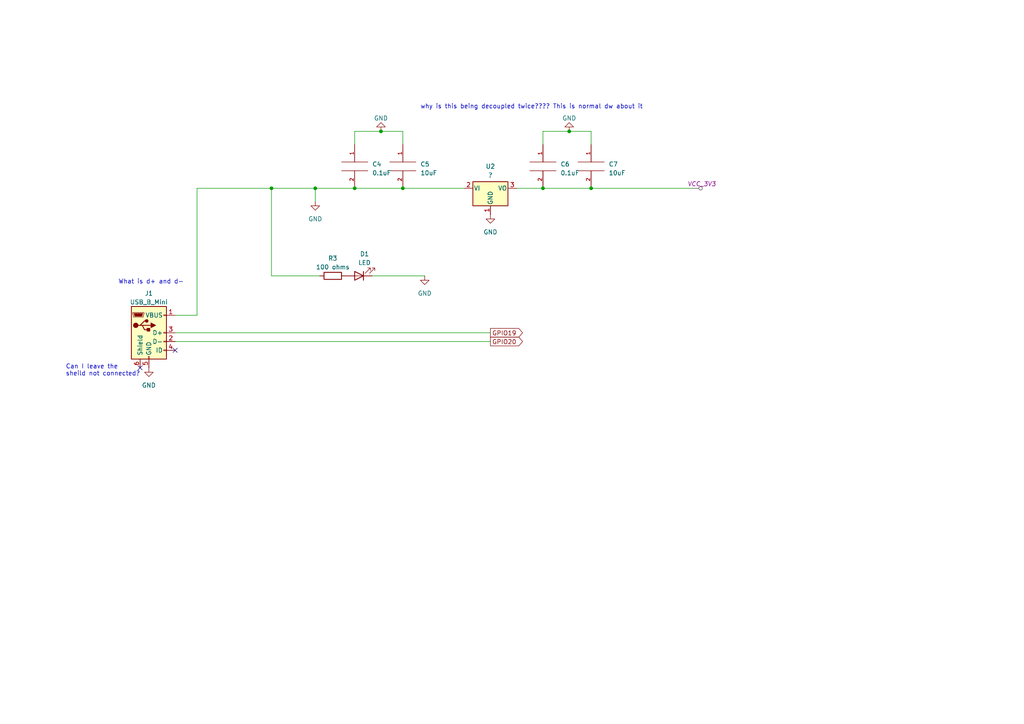
<source format=kicad_sch>
(kicad_sch (version 20230121) (generator eeschema)
  (paper "A4")
  (lib_symbols
    (symbol "Connector:USB_B_Mini" (pin_names (offset 1.016))
      (property "Reference" "J" (at -5.08 11.43 0))
      (property "Value" "USB_B_Mini" (at -5.08 8.89 0))
      (symbol "USB_B_Mini_0_1"
        (rectangle (start -5.08 -7.62) (end 5.08 7.62) (stroke (width 0.254)) (fill (type background)))
        (circle (center -3.81 2.159) (radius 0.635) (stroke (width 0.254)) (fill (type outline)))
        (circle (center -0.635 3.429) (radius 0.381) (stroke (width 0.254)) (fill (type outline)))
        (rectangle (start -0.127 -7.62) (end 0.127 -6.858))
        (polyline (pts (xy -1.905 2.159) (xy 0.635 2.159)) (stroke (width 0.254)))
        (polyline (pts (xy -3.175 2.159) (xy -2.54 2.159) (xy -1.27 3.429) (xy -0.635 3.429)) (stroke (width 0.254)))
        (polyline (pts (xy -2.54 2.159) (xy -1.905 2.159) (xy -1.27 0.889) (xy 0 0.889)) (stroke (width 0.254)))
        (polyline (pts (xy 0.635 2.794) (xy 0.635 1.524) (xy 1.905 2.159) (xy 0.635 2.794)) (stroke (width 0.254)) (fill (type outline)))
        (polyline (pts (xy -4.318 5.588) (xy -1.778 5.588) (xy -2.032 4.826) (xy -4.064 4.826) (xy -4.318 5.588)) (fill (type outline)))
        (polyline (pts (xy -4.699 5.842) (xy -4.699 5.588) (xy -4.445 4.826) (xy -4.445 4.572) (xy -1.651 4.572) (xy -1.651 4.826) (xy -1.397 5.588) (xy -1.397 5.842) (xy -4.699 5.842)))
        (rectangle (start 0.254 1.27) (end -0.508 0.508) (stroke (width 0.254)) (fill (type outline)))
        (rectangle (start 5.08 -5.207) (end 4.318 -4.953))
        (rectangle (start 5.08 -2.667) (end 4.318 -2.413))
        (rectangle (start 5.08 -0.127) (end 4.318 0.127))
        (rectangle (start 5.08 4.953) (end 4.318 5.207))
      )
      (symbol "USB_B_Mini_1_1"
        (pin power_out line (at 7.62 5.08 180) (length 2.54) (name "VBUS") (number "1"))
        (pin bidirectional line (at 7.62 -2.54 180) (length 2.54) (name "D-") (number "2"))
        (pin bidirectional line (at 7.62 0 180) (length 2.54) (name "D+") (number "3"))
        (pin passive line (at 7.62 -5.08 180) (length 2.54) (name "ID") (number "4"))
        (pin power_out line (at 0 -10.16 90) (length 2.54) (name "GND") (number "5"))
        (pin passive line (at -2.54 -10.16 90) (length 2.54) (name "Shield") (number "6"))
      )
    )
    (symbol "Device:LED" (pin_numbers hide) (pin_names (offset 1.016) hide)
      (property "Reference" "D" (at 0 2.54 0))
      (property "Value" "LED" (at 0 -2.54 0))
      (symbol "LED_0_1"
        (polyline (pts (xy -1.27 -1.27) (xy -1.27 1.27)) (stroke (width 0.254)))
        (polyline (pts (xy -1.27 0) (xy 1.27 0)))
        (polyline (pts (xy 1.27 -1.27) (xy 1.27 1.27) (xy -1.27 0) (xy 1.27 -1.27)) (stroke (width 0.254)))
        (polyline (pts (xy -3.048 -0.762) (xy -4.572 -2.286) (xy -3.81 -2.286) (xy -4.572 -2.286) (xy -4.572 -1.524)))
        (polyline (pts (xy -1.778 -0.762) (xy -3.302 -2.286) (xy -2.54 -2.286) (xy -3.302 -2.286) (xy -3.302 -1.524)))
      )
      (symbol "LED_1_1"
        (pin passive line (at -3.81 0 0) (length 2.54) (name "K") (number "1"))
        (pin passive line (at 3.81 0 180) (length 2.54) (name "A") (number "2"))
      )
    )
    (symbol "Device:R" (pin_numbers hide) (pin_names (offset 0))
      (property "Reference" "R" (at 2.032 0 90))
      (property "Value" "R" (at 0 0 90))
      (symbol "R_0_1"
        (rectangle (start -1.016 -2.54) (end 1.016 2.54) (stroke (width 0.254)))
      )
      (symbol "R_1_1"
        (pin passive line (at 0 3.81 270) (length 1.27) (name "~") (number "1"))
        (pin passive line (at 0 -3.81 90) (length 1.27) (name "~") (number "2"))
      )
    )
    (symbol "Regulator_Linear:L7912" (pin_names (offset 0.254))
      (property "Reference" "U" (at -3.81 -3.175 0))
      (property "Value" "L7912" (at 0 -3.175 0))
      (symbol "L7912_0_1"
        (rectangle (start -5.08 5.08) (end 5.08 -1.905) (stroke (width 0.254)) (fill (type background)))
      )
      (symbol "L7912_1_1"
        (pin power_in line (at 0 7.62 270) (length 2.54) (name "GND") (number "1"))
        (pin power_in line (at -7.62 0 0) (length 2.54) (name "VI") (number "2"))
        (pin power_out line (at 7.62 0 180) (length 2.54) (name "VO") (number "3"))
      )
    )
    (symbol "power:GND" (power) (pin_names (offset 0))
      (property "Value" "GND" (at 0 -3.81 0))
      (symbol "GND_0_1"
        (polyline (pts (xy 0 0) (xy 0 -1.27) (xy 1.27 -1.27) (xy 0 -2.54) (xy -1.27 -1.27) (xy 0 -1.27)))
      )
      (symbol "GND_1_1"
        (pin power_in line (at 0 0 270) (length 0) hide (name "GND") (number "1"))
      )
    )
    (symbol "pspice:C" (pin_names (offset 0.254))
      (property "Reference" "C" (at 2.54 3.81 90))
      (property "Value" "C" (at 2.54 -3.81 90))
      (symbol "C_0_1"
        (polyline (pts (xy -3.81 -1.27) (xy 3.81 -1.27)))
        (polyline (pts (xy -3.81 1.27) (xy 3.81 1.27)))
      )
      (symbol "C_1_1"
        (pin passive line (at 0 6.35 270) (length 5.08) (name "~") (number "1"))
        (pin passive line (at 0 -6.35 90) (length 5.08) (name "~") (number "2"))
      )
    )
  )
  (junction (at 91.44 54.61))
  (junction (at 78.74 54.61))
  (junction (at 116.84 54.61))
  (junction (at 102.87 54.61))
  (junction (at 110.49 38.1))
  (junction (at 157.48 54.61))
  (junction (at 171.45 54.61))
  (junction (at 165.1 38.1))
  (no_connect (at 40.64 106.68))
  (no_connect (at 50.8 101.6))
  (wire (pts (xy 78.74 54.61) (xy 91.44 54.61)))
  (wire (pts (xy 50.8 99.06) (xy 142.24 99.06)))
  (wire (pts (xy 157.48 41.91) (xy 157.48 38.1)))
  (wire (pts (xy 102.87 38.1) (xy 110.49 38.1)))
  (wire (pts (xy 171.45 38.1) (xy 165.1 38.1)))
  (wire (pts (xy 57.15 91.44) (xy 57.15 54.61)))
  (wire (pts (xy 149.86 54.61) (xy 157.48 54.61)))
  (wire (pts (xy 116.84 54.61) (xy 134.62 54.61)))
  (wire (pts (xy 107.95 80.01) (xy 123.19 80.01)))
  (wire (pts (xy 92.71 80.01) (xy 78.74 80.01)))
  (wire (pts (xy 116.84 38.1) (xy 110.49 38.1)))
  (wire (pts (xy 157.48 54.61) (xy 171.45 54.61)))
  (wire (pts (xy 57.15 54.61) (xy 78.74 54.61)))
  (wire (pts (xy 116.84 41.91) (xy 116.84 38.1)))
  (wire (pts (xy 91.44 54.61) (xy 102.87 54.61)))
  (wire (pts (xy 50.8 91.44) (xy 57.15 91.44)))
  (wire (pts (xy 78.74 80.01) (xy 78.74 54.61)))
  (wire (pts (xy 50.8 96.52) (xy 142.24 96.52)))
  (wire (pts (xy 157.48 38.1) (xy 165.1 38.1)))
  (wire (pts (xy 102.87 41.91) (xy 102.87 38.1)))
  (wire (pts (xy 91.44 54.61) (xy 91.44 58.42)))
  (wire (pts (xy 171.45 41.91) (xy 171.45 38.1)))
  (wire (pts (xy 171.45 54.61) (xy 200.66 54.61)))
  (wire (pts (xy 102.87 54.61) (xy 116.84 54.61)))
  (text "why is this being decoupled twice???? This is normal dw about it" (at 121.92 31.75 0) (effects (font (size 1.27 1.27)) (justify left bottom)))
  (text "What is d+ and d-" (at 34.29 82.55 0) (effects (font (size 1.27 1.27)) (justify left bottom)))
  (text "Can I leave the\nsheild not connected?" (at 19.05 109.22 0) (effects (font (size 1.27 1.27)) (justify left bottom)))
  (global_label "GPIO20" (shape output) (at 142.24 99.06 0) (property "Intersheetrefs" "${INTERSHEET_REFS}" (effects hide)))
  (global_label "GPIO19" (shape output) (at 142.24 96.52 0) (property "Intersheetrefs" "${INTERSHEET_REFS}" (effects hide)))
  (netclass_flag "" (length 2.54) (shape round) (at 200.66 54.61 270) (property "Netclass" "VCC_3V3" (at 199.39 53.34 0) (effects (font italic) (justify left))))
  (symbol (lib_id "pspice:C") (at 102.87 48.26 0) (unit 1)
    (property "Reference" "C4" (at 107.95 47.625 0) (effects (justify left)))
    (property "Value" "0.1uF" (at 107.95 50.165 0) (effects (justify left)))
  )
  (symbol (lib_id "Device:R") (at 96.52 80.01 90) (unit 1)
    (property "Reference" "R3" (at 96.52 74.93 90))
    (property "Value" "100 ohms" (at 96.52 77.47 90))
  )
  (symbol (lib_id "pspice:C") (at 171.45 48.26 0) (unit 1)
    (property "Reference" "C7" (at 176.53 47.625 0) (effects (justify left)))
    (property "Value" "10uF" (at 176.53 50.165 0) (effects (justify left)))
  )
  (symbol (lib_id "Connector:USB_B_Mini") (at 43.18 96.52 0) (unit 1)
    (property "Reference" "J1" (at 43.18 85.09 0))
    (property "Value" "USB_B_Mini" (at 43.18 87.63 0))
  )
  (symbol (lib_id "power:GND") (at 142.24 62.23 0) (unit 1)
    (property "Reference" "#PWR06" (effects hide))
    (property "Value" "GND" (at 142.24 67.31 0))
  )
  (symbol (lib_id "pspice:C") (at 116.84 48.26 0) (unit 1)
    (property "Reference" "C5" (at 121.92 47.625 0) (effects (justify left)))
    (property "Value" "10uF" (at 121.92 50.165 0) (effects (justify left)))
  )
  (symbol (lib_id "Device:LED") (at 104.14 80.01 180) (unit 1)
    (property "Reference" "D1" (at 105.7275 73.66 0))
    (property "Value" "LED" (at 105.7275 76.2 0))
  )
  (symbol (lib_id "power:GND") (at 43.18 106.68 0) (unit 1)
    (property "Reference" "#PWR04" (effects hide))
    (property "Value" "GND" (at 43.18 111.76 0))
  )
  (symbol (lib_id "power:GND") (at 91.44 58.42 0) (unit 1)
    (property "Reference" "#PWR05" (effects hide))
    (property "Value" "GND" (at 91.44 63.5 0))
  )
  (symbol (lib_id "power:GND") (at 110.49 38.1 180) (unit 1)
    (property "Reference" "#PWR08" (effects hide))
    (property "Value" "GND" (at 110.49 34.29 0))
  )
  (symbol (lib_id "power:GND") (at 165.1 38.1 180) (unit 1)
    (property "Reference" "#PWR09" (effects hide))
    (property "Value" "GND" (at 165.1 34.29 0))
  )
  (symbol (lib_id "power:GND") (at 123.19 80.01 0) (unit 1)
    (property "Reference" "#PWR07" (effects hide))
    (property "Value" "GND" (at 123.19 85.09 0))
  )
  (symbol (lib_id "pspice:C") (at 157.48 48.26 0) (unit 1)
    (property "Reference" "C6" (at 162.56 47.625 0) (effects (justify left)))
    (property "Value" "0.1uF" (at 162.56 50.165 0) (effects (justify left)))
  )
  (symbol (lib_id "Regulator_Linear:L7912") (at 142.24 54.61 0) (mirror x) (unit 1)
    (property "Reference" "U2" (at 142.24 48.26 0))
    (property "Value" "?" (at 142.24 50.8 0))
    (property "Datasheet" "http://www.st.com/content/ccc/resource/technical/document/datasheet/c9/16/86/41/c7/2b/45/f2/CD00000450.pdf/files/CD00000450.pdf/jcr:content/translations/en.CD00000450.pdf" (effects hide))
  )
)
</source>
